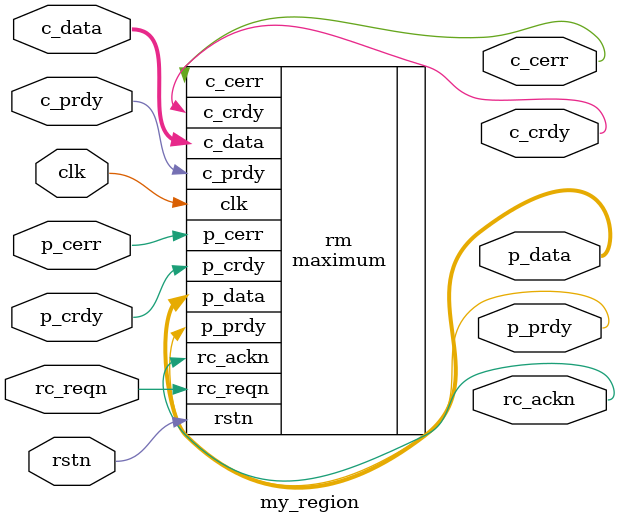
<source format=v>
/*******************************************************************************   
 * Copyright (c) 2012, Lingkan Gong                                                
 * All rights reserved.                                                            
 *                                                                                 
 * Redistribution and use in source and binary forms, with or without              
 * modification, are permitted provided that the following conditions are met:     
 *                                                                                 
 *  * Redistributions of source code must retain the above copyright notice,       
 *    this list of conditions and the following disclaimer.                        
 *                                                                                 
 *  * Redistributions in binary form must reproduce the above copyright notice,    
 *    this list of conditions and the following disclaimer in the documentation    
 *    and/or other materials provided with the distribution.                       
 *                                                                                 
 *  * Neither the name of the copyright holder(s) nor the names of its             
 *    contributor(s) may be used to endorse or promote products derived from this  
 *    software without specific prior written permission.                          
 *                                                                                 
 * THIS SOFTWARE IS PROVIDED BY THE COPYRIGHT HOLDERS AND CONTRIBUTORS "AS IS" AND 
 * ANY EXPRESS OR IMPLIED WARRANTIES, INCLUDING, BUT NOT LIMITED TO, THE IMPLIED   
 * WARRANTIES OF MERCHANTABILITY AND FITNESS FOR A PARTICULAR PURPOSE ARE          
 * DISCLAIMED. IN NO EVENT SHALL THE COPYRIGHT HOLDERS BE LIABLE FOR ANY           
 * DIRECT, INDIRECT, INCIDENTAL, SPECIAL, EXEMPLARY, OR CONSEQUENTIAL DAMAGES      
 * (INCLUDING, BUT NOT LIMITED TO, PROCUREMENT OF SUBSTITUTE GOODS OR SERVICES;    
 * LOSS OF USE, DATA, OR PROFITS; OR BUSINESS INTERRUPTION) HOWEVER CAUSED AND     
 * ON ANY THEORY OF LIABILITY, WHETHER IN CONTRACT, STRICT LIABILITY, OR TORT      
 * (INCLUDING NEGLIGENCE OR OTHERWISE) ARISING IN ANY WAY OUT OF THE USE OF THIS   
 * SOFTWARE, EVEN IF ADVISED OF THE POSSIBILITY OF SUCH DAMAGE.                    
 *                                                                                 
*******************************************************************************/   

`timescale 1ns/1ps

module my_region
(
	input           clk             ,
	input           rstn            ,
	input           rc_reqn         ,
	output          rc_ackn         ,
	output          p_prdy          ,
	input           p_crdy          ,
	input           p_cerr          ,
	output  [31:0]  p_data          ,
	input           c_prdy          ,
	output          c_crdy          ,
	output          c_cerr          ,
	input   [31:0]  c_data          
);

	maximum  rm (
		.clk              (  clk              ),
		.rstn             (  rstn             ),
		.rc_reqn          (  rc_reqn          ),
		.rc_ackn          (  rc_ackn          ),
		.p_prdy           (  p_prdy           ),
		.p_crdy           (  p_crdy           ),
		.p_cerr           (  p_cerr           ),
		.p_data           (  p_data           ),
		.c_prdy           (  c_prdy           ),
		.c_crdy           (  c_crdy           ),
		.c_cerr           (  c_cerr           ),
		.c_data           (  c_data           )
	);

endmodule




</source>
